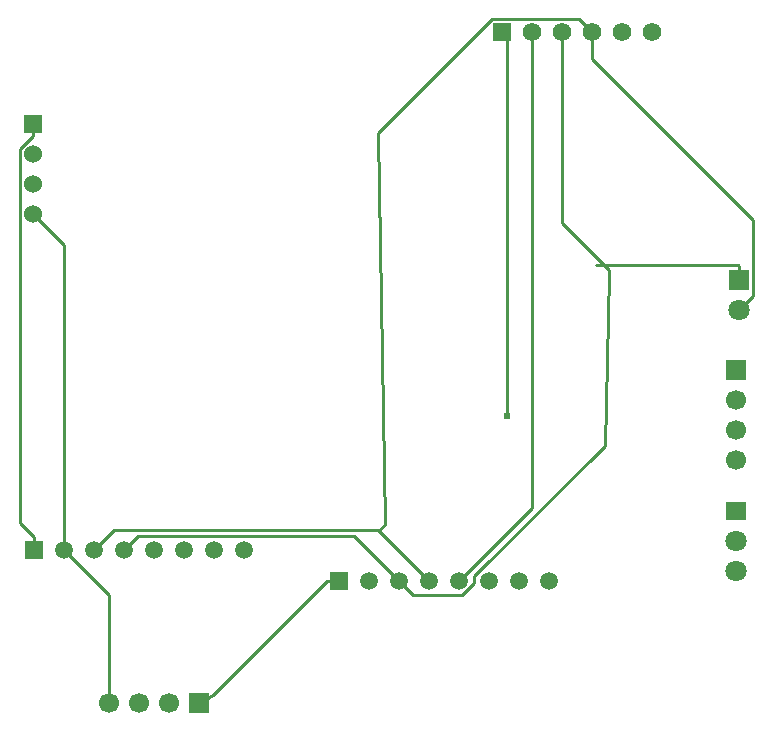
<source format=gbl>
G04 Layer: BottomLayer*
G04 EasyEDA v6.5.48, 2025-03-31 11:01:02*
G04 c93689d03b7b4a6a9263e186de41b3b9,93aebdfcfbe24d40a812e2b2de22b7a1,10*
G04 Gerber Generator version 0.2*
G04 Scale: 100 percent, Rotated: No, Reflected: No *
G04 Dimensions in millimeters *
G04 leading zeros omitted , absolute positions ,4 integer and 5 decimal *
%FSLAX45Y45*%
%MOMM*%

%AMMACRO1*21,1,$1,$2,0,0,$3*%
%ADD10C,0.2540*%
%ADD11MACRO1,1.5747X1.5748X0.0000*%
%ADD12C,1.5748*%
%ADD13R,1.5000X1.5000*%
%ADD14C,1.5000*%
%ADD15R,1.5240X1.5240*%
%ADD16C,1.5240*%
%ADD17C,1.8000*%
%ADD18R,1.8000X1.8000*%
%ADD19R,1.8000X1.5748*%
%ADD20R,1.7000X1.7000*%
%ADD21C,1.7000*%
%ADD22C,0.6096*%

%LPD*%
D10*
X457200Y-5219700D02*
G01*
X457200Y-5116728D01*
X444500Y-1612900D02*
G01*
X444500Y-1717065D01*
X444500Y-1717065D02*
G01*
X334543Y-1827021D01*
X334543Y-4994071D01*
X457200Y-5116728D01*
X4419600Y-838200D02*
G01*
X4457700Y-876300D01*
X4457700Y-4089400D01*
X4051300Y-5486400D02*
G01*
X4673574Y-4864125D01*
X4673574Y-838200D01*
X444500Y-2374900D02*
G01*
X711200Y-2641600D01*
X711200Y-5219700D01*
X1092200Y-6515100D02*
G01*
X1092200Y-5600700D01*
X711200Y-5219700D01*
X4927574Y-838200D02*
G01*
X4927574Y-2458034D01*
X5285282Y-2815742D01*
X1219200Y-5219700D02*
G01*
X1334135Y-5104764D01*
X3161665Y-5104764D01*
X3543300Y-5486400D01*
X3362756Y-5051856D02*
G01*
X3797300Y-5486400D01*
X965200Y-5219700D02*
G01*
X1133043Y-5051856D01*
X3362756Y-5051856D01*
X3035300Y-5486400D02*
G01*
X2932328Y-5486400D01*
X1854200Y-6515100D02*
G01*
X1968500Y-6451600D01*
X1854200Y-6515100D02*
G01*
X1967179Y-6451549D01*
X2932328Y-5486400D01*
X3362756Y-5051856D02*
G01*
X3380943Y-5051856D01*
X3429000Y-5003800D01*
X3362756Y-1694179D01*
X4328744Y-728192D01*
X5071567Y-728192D01*
X5181574Y-838200D01*
X3543300Y-5486400D02*
G01*
X3661994Y-5605094D01*
X4079062Y-5605094D01*
X4178300Y-5505856D01*
X4178300Y-5447614D01*
X5285282Y-4340631D01*
X5321300Y-2882900D01*
X5321300Y-2851759D01*
X5285282Y-2815742D01*
X6426200Y-2933700D02*
G01*
X6426200Y-2819400D01*
X6413500Y-2806700D01*
X5209031Y-2806700D01*
X6426200Y-3187700D02*
G01*
X6544284Y-3069615D01*
X6544284Y-2427935D01*
X5181574Y-1065225D01*
X5181574Y-838200D01*
D11*
G01*
X4419607Y-838202D03*
D12*
G01*
X4673574Y-838200D03*
G01*
X4927574Y-838200D03*
G01*
X5181574Y-838200D03*
G01*
X5435574Y-838200D03*
G01*
X5689574Y-838200D03*
D13*
G01*
X3035300Y-5486400D03*
D14*
G01*
X3289300Y-5486400D03*
G01*
X3543300Y-5486400D03*
G01*
X3797300Y-5486400D03*
G01*
X4051300Y-5486400D03*
G01*
X4305300Y-5486400D03*
G01*
X4559300Y-5486400D03*
G01*
X4813300Y-5486400D03*
D13*
G01*
X457200Y-5219700D03*
D14*
G01*
X711200Y-5219700D03*
G01*
X965200Y-5219700D03*
G01*
X1219200Y-5219700D03*
G01*
X1473200Y-5219700D03*
G01*
X1727200Y-5219700D03*
G01*
X1981200Y-5219700D03*
G01*
X2235200Y-5219700D03*
D15*
G01*
X444500Y-1612900D03*
D16*
G01*
X444500Y-1866900D03*
G01*
X444500Y-2120900D03*
G01*
X444500Y-2374900D03*
D17*
G01*
X6426200Y-3187700D03*
D18*
G01*
X6426200Y-2933700D03*
D17*
G01*
X6400800Y-5397500D03*
G01*
X6400800Y-5143500D03*
D19*
G01*
X6400800Y-4889500D03*
D20*
G01*
X1854200Y-6515100D03*
D21*
G01*
X1600200Y-6515100D03*
G01*
X1346200Y-6515100D03*
G01*
X1092200Y-6515100D03*
D20*
G01*
X6400800Y-3695700D03*
D21*
G01*
X6400800Y-3949700D03*
G01*
X6400800Y-4203700D03*
G01*
X6400800Y-4457700D03*
D22*
G01*
X4457700Y-4089400D03*
M02*

</source>
